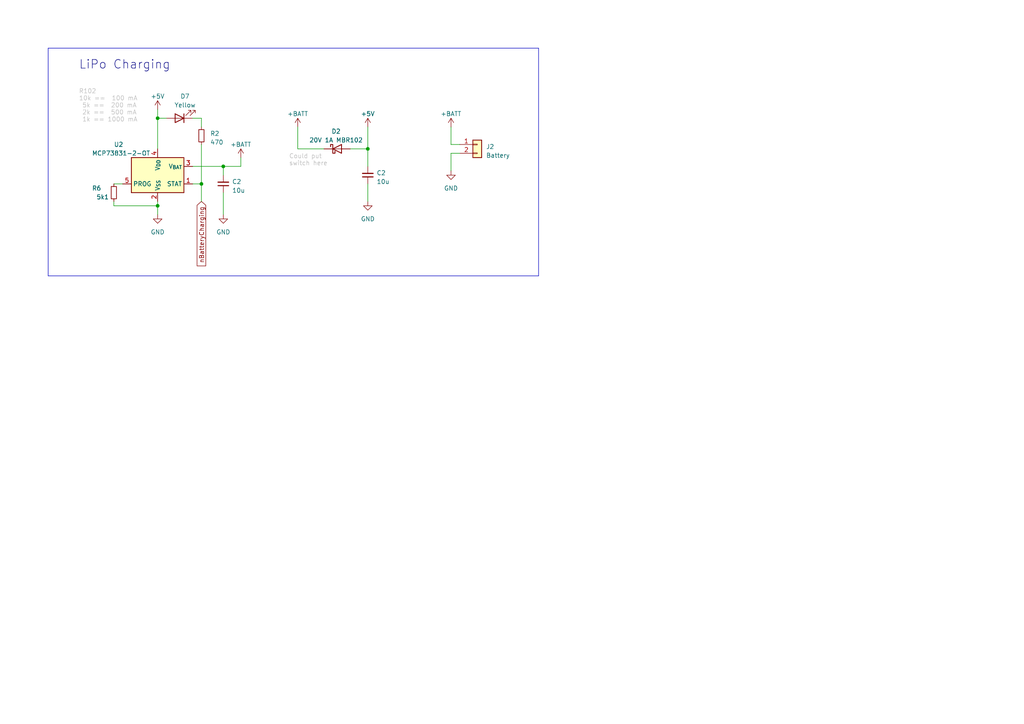
<source format=kicad_sch>
(kicad_sch (version 20230121) (generator eeschema)
  (paper "A4")
  (lib_symbols
    (symbol "Battery_Management:MCP73831-2-OT"
      (property "Reference" "U" (at -7.62 6.35 0))
      (property "Value" "MCP73831-2-OT" (at 1.27 6.35 0))
      (symbol "MCP73831-2-OT_0_1"
        (rectangle (start -7.62 5.08) (end 7.62 -5.08) (stroke (width 0.254)) (fill (type background)))
      )
      (symbol "MCP73831-2-OT_1_1"
        (pin output line (at 10.16 -2.54 180) (length 2.54) (name "STAT") (number "1"))
        (pin power_in line (at 0 -7.62 90) (length 2.54) (name "V_{SS}") (number "2"))
        (pin power_out line (at 10.16 2.54 180) (length 2.54) (name "V_{BAT}") (number "3"))
        (pin power_in line (at 0 7.62 270) (length 2.54) (name "V_{DD}") (number "4"))
        (pin input line (at -10.16 -2.54 0) (length 2.54) (name "PROG") (number "5"))
      )
    )
    (symbol "Connector_Generic:Conn_01x02" (pin_names (offset 1.016) hide)
      (property "Reference" "J" (at 0 2.54 0))
      (property "Value" "Conn_01x02" (at 0 -5.08 0))
      (symbol "Conn_01x02_1_1"
        (rectangle (start -1.27 -2.413) (end 0 -2.667) (stroke (width 0.1524)))
        (rectangle (start -1.27 0.127) (end 0 -0.127) (stroke (width 0.1524)))
        (rectangle (start -1.27 1.27) (end 1.27 -3.81) (stroke (width 0.254)) (fill (type background)))
        (pin passive line (at -5.08 0 0) (length 3.81) (name "Pin_1") (number "1"))
        (pin passive line (at -5.08 -2.54 0) (length 3.81) (name "Pin_2") (number "2"))
      )
    )
    (symbol "Device:C_Small" (pin_numbers hide) (pin_names (offset 0.254) hide)
      (property "Reference" "C" (at 0.254 1.778 0))
      (property "Value" "C_Small" (at 0.254 -2.032 0))
      (symbol "C_Small_0_1"
        (polyline (pts (xy -1.524 -0.508) (xy 1.524 -0.508)) (stroke (width 0.3302)))
        (polyline (pts (xy -1.524 0.508) (xy 1.524 0.508)) (stroke (width 0.3048)))
      )
      (symbol "C_Small_1_1"
        (pin passive line (at 0 2.54 270) (length 2.032) (name "~") (number "1"))
        (pin passive line (at 0 -2.54 90) (length 2.032) (name "~") (number "2"))
      )
    )
    (symbol "Device:D_Schottky" (pin_numbers hide) (pin_names (offset 1.016) hide)
      (property "Reference" "D" (at 0 2.54 0))
      (property "Value" "D_Schottky" (at 0 -2.54 0))
      (symbol "D_Schottky_0_1"
        (polyline (pts (xy 1.27 0) (xy -1.27 0)))
        (polyline (pts (xy 1.27 1.27) (xy 1.27 -1.27) (xy -1.27 0) (xy 1.27 1.27)) (stroke (width 0.254)))
        (polyline (pts (xy -1.905 0.635) (xy -1.905 1.27) (xy -1.27 1.27) (xy -1.27 -1.27) (xy -0.635 -1.27) (xy -0.635 -0.635)) (stroke (width 0.254)))
      )
      (symbol "D_Schottky_1_1"
        (pin passive line (at -3.81 0 0) (length 2.54) (name "K") (number "1"))
        (pin passive line (at 3.81 0 180) (length 2.54) (name "A") (number "2"))
      )
    )
    (symbol "Device:LED" (pin_numbers hide) (pin_names (offset 1.016) hide)
      (property "Reference" "D" (at 0 2.54 0))
      (property "Value" "LED" (at 0 -2.54 0))
      (symbol "LED_0_1"
        (polyline (pts (xy -1.27 -1.27) (xy -1.27 1.27)) (stroke (width 0.254)))
        (polyline (pts (xy -1.27 0) (xy 1.27 0)))
        (polyline (pts (xy 1.27 -1.27) (xy 1.27 1.27) (xy -1.27 0) (xy 1.27 -1.27)) (stroke (width 0.254)))
        (polyline (pts (xy -3.048 -0.762) (xy -4.572 -2.286) (xy -3.81 -2.286) (xy -4.572 -2.286) (xy -4.572 -1.524)))
        (polyline (pts (xy -1.778 -0.762) (xy -3.302 -2.286) (xy -2.54 -2.286) (xy -3.302 -2.286) (xy -3.302 -1.524)))
      )
      (symbol "LED_1_1"
        (pin passive line (at -3.81 0 0) (length 2.54) (name "K") (number "1"))
        (pin passive line (at 3.81 0 180) (length 2.54) (name "A") (number "2"))
      )
    )
    (symbol "Device:R_Small" (pin_numbers hide) (pin_names (offset 0.254) hide)
      (property "Reference" "R" (at 0.762 0.508 0))
      (property "Value" "R_Small" (at 0.762 -1.016 0))
      (symbol "R_Small_0_1"
        (rectangle (start -0.762 1.778) (end 0.762 -1.778) (stroke (width 0.2032)))
      )
      (symbol "R_Small_1_1"
        (pin passive line (at 0 2.54 270) (length 0.762) (name "~") (number "1"))
        (pin passive line (at 0 -2.54 90) (length 0.762) (name "~") (number "2"))
      )
    )
    (symbol "power:+5V" (power) (pin_names (offset 0))
      (property "Value" "+5V" (at 0 3.556 0))
      (symbol "+5V_0_1"
        (polyline (pts (xy -0.762 1.27) (xy 0 2.54)))
        (polyline (pts (xy 0 0) (xy 0 2.54)))
        (polyline (pts (xy 0 2.54) (xy 0.762 1.27)))
      )
      (symbol "+5V_1_1"
        (pin power_in line (at 0 0 90) (length 0) hide (name "+5V") (number "1"))
      )
    )
    (symbol "power:+BATT" (power) (pin_names (offset 0))
      (property "Value" "+BATT" (at 0 3.556 0))
      (symbol "+BATT_0_1"
        (polyline (pts (xy -0.762 1.27) (xy 0 2.54)))
        (polyline (pts (xy 0 0) (xy 0 2.54)))
        (polyline (pts (xy 0 2.54) (xy 0.762 1.27)))
      )
      (symbol "+BATT_1_1"
        (pin power_in line (at 0 0 90) (length 0) hide (name "+BATT") (number "1"))
      )
    )
    (symbol "power:GND" (power) (pin_names (offset 0))
      (property "Value" "GND" (at 0 -3.81 0))
      (symbol "GND_0_1"
        (polyline (pts (xy 0 0) (xy 0 -1.27) (xy 1.27 -1.27) (xy 0 -2.54) (xy -1.27 -1.27) (xy 0 -1.27)))
      )
      (symbol "GND_1_1"
        (pin power_in line (at 0 0 270) (length 0) hide (name "GND") (number "1"))
      )
    )
  )
  (junction (at 64.77 48.26))
  (junction (at 58.42 53.34))
  (junction (at 45.72 34.29))
  (junction (at 45.72 59.69))
  (junction (at 106.68 43.18))
  (wire (pts (xy 58.42 41.91) (xy 58.42 53.34)))
  (wire (pts (xy 58.42 53.34) (xy 58.42 58.42)))
  (wire (pts (xy 64.77 48.26) (xy 69.85 48.26)))
  (wire (pts (xy 133.35 41.91) (xy 130.81 41.91)))
  (wire (pts (xy 69.85 45.72) (xy 69.85 48.26)))
  (wire (pts (xy 106.68 36.83) (xy 106.68 43.18)))
  (wire (pts (xy 33.02 59.69) (xy 45.72 59.69)))
  (wire (pts (xy 55.88 48.26) (xy 64.77 48.26)))
  (wire (pts (xy 64.77 55.88) (xy 64.77 62.23)))
  (wire (pts (xy 33.02 53.34) (xy 35.56 53.34)))
  (wire (pts (xy 130.81 44.45) (xy 133.35 44.45)))
  (wire (pts (xy 86.36 36.83) (xy 86.36 43.18)))
  (wire (pts (xy 45.72 58.42) (xy 45.72 59.69)))
  (wire (pts (xy 130.81 41.91) (xy 130.81 36.83)))
  (wire (pts (xy 106.68 43.18) (xy 106.68 48.26)))
  (polyline (pts (xy 13.97 80.01) (xy 156.21 80.01)))
  (wire (pts (xy 86.36 43.18) (xy 93.98 43.18)))
  (wire (pts (xy 33.02 58.42) (xy 33.02 59.69)))
  (polyline (pts (xy 156.21 13.97) (xy 13.97 13.97)))
  (polyline (pts (xy 156.21 80.01) (xy 156.21 13.97)))
  (wire (pts (xy 55.88 34.29) (xy 58.42 34.29)))
  (wire (pts (xy 106.68 53.34) (xy 106.68 58.42)))
  (wire (pts (xy 45.72 34.29) (xy 45.72 43.18)))
  (wire (pts (xy 45.72 34.29) (xy 48.26 34.29)))
  (wire (pts (xy 58.42 34.29) (xy 58.42 36.83)))
  (wire (pts (xy 130.81 49.53) (xy 130.81 44.45)))
  (wire (pts (xy 45.72 31.75) (xy 45.72 34.29)))
  (wire (pts (xy 101.6 43.18) (xy 106.68 43.18)))
  (wire (pts (xy 45.72 59.69) (xy 45.72 62.23)))
  (wire (pts (xy 58.42 53.34) (xy 55.88 53.34)))
  (polyline (pts (xy 13.97 13.97) (xy 13.97 80.01)))
  (wire (pts (xy 64.77 48.26) (xy 64.77 50.8)))
  (text "Could put\nswitch here" (at 83.82 48.26 0) (effects (font (size 1.27 1.27)) (justify left bottom)))
  (text "LiPo Charging" (at 22.86 20.32 0) (effects (font (size 2.5 2.5)) (justify left bottom)))
  (text "R102\n10k ==  100 mA\n 5k ==  200 mA\n 2k ==  500 mA\n 1k == 1000 mA" (at 22.86 35.56 0) (effects (font (size 1.27 1.27)) (justify left bottom)))
  (global_label "nBatteryCharging" (shape input) (at 58.42 58.42 270) (property "Intersheetrefs" "${INTERSHEET_REFS}" (effects hide)))
  (symbol (lib_id "power:+5V") (at 106.68 36.83 0) (unit 1)
    (property "Reference" "#PWR02" (effects hide))
    (property "Value" "+5V" (at 106.68 33.02 0))
    (instances (project "hardware" (path "" (reference "#PWR02") (unit 1)) (path "" (reference "#PWR03") (unit 1)) (path "" (reference "#PWR04") (unit 1)) (path "" (reference "#PWR05") (unit 1)) (path "" (reference "#PWR02") (unit 1))))
  )
  (symbol (lib_id "power:+5V") (at 45.72 31.75 0) (unit 1)
    (property "Reference" "#PWR02" (effects hide))
    (property "Value" "+5V" (at 45.72 27.94 0))
    (instances (project "hardware" (path "" (reference "#PWR02") (unit 1)) (path "" (reference "#PWR03") (unit 1)) (path "" (reference "#PWR04") (unit 1)) (path "" (reference "#PWR05") (unit 1)) (path "" (reference "#PWR01") (unit 1))))
  )
  (symbol (lib_id "Device:R_Small") (at 33.02 55.88 0) (unit 1)
    (property "Reference" "R6" (at 26.67 54.61 0) (effects (justify left)))
    (property "Value" "5k1" (at 27.94 57.15 0) (effects (justify left)))
    (property "Footprint" "Resistor_SMD:R_0402_1005Metric_Pad0.72x0.64mm_HandSolder" (effects hide))
    (instances (project "hardware" (path "" (reference "R6") (unit 1)) (path "" (reference "R7") (unit 1)) (path "" (reference "R8") (unit 1)) (path "" (reference "R9") (unit 1)) (path "" (reference "R102") (unit 1))))
  )
  (symbol (lib_id "power:+BATT") (at 69.85 45.72 0) (unit 1)
    (property "Reference" "#PWR012" (effects hide))
    (property "Value" "+BATT" (at 69.85 41.91 0))
    (instances (project "hardware" (path "" (reference "#PWR012") (unit 1)) (path "" (reference "#PWR013") (unit 1)) (path "" (reference "#PWR014") (unit 1)) (path "" (reference "#PWR015") (unit 1)) (path "" (reference "#PWR011") (unit 1))))
  )
  (symbol (lib_id "power:GND") (at 130.81 49.53 0) (unit 1)
    (property "Reference" "#PWR017" (effects hide))
    (property "Value" "GND" (at 130.81 54.61 0))
    (instances (project "hardware" (path "" (reference "#PWR017") (unit 1)) (path "" (reference "#PWR018") (unit 1)) (path "" (reference "#PWR019") (unit 1)) (path "" (reference "#PWR020") (unit 1)) (path "" (reference "#PWR07") (unit 1))))
  )
  (symbol (lib_id "Device:LED") (at 52.07 34.29 180) (unit 1)
    (property "Reference" "D7" (at 53.6575 27.94 0))
    (property "Value" "Yellow" (at 53.6575 30.48 0))
    (property "Footprint" "LED_SMD:LED_0603_1608Metric_Pad1.05x0.95mm_HandSolder" (effects hide))
    (instances (project "hardware" (path "" (reference "D7") (unit 1)) (path "" (reference "D8") (unit 1)) (path "" (reference "D9") (unit 1)) (path "" (reference "D10") (unit 1)) (path "" (reference "D101") (unit 1))))
  )
  (symbol (lib_id "Device:D_Schottky") (at 97.79 43.18 0) (unit 1)
    (property "Reference" "D2" (at 97.4725 38.1 0))
    (property "Value" "20V 1A MBR102" (at 97.4725 40.64 0))
    (instances (project "hardware" (path "" (reference "D2") (unit 1)) (path "" (reference "D3") (unit 1)) (path "" (reference "D4") (unit 1)) (path "" (reference "D5") (unit 1)) (path "" (reference "D102") (unit 1))))
  )
  (symbol (lib_id "power:+BATT") (at 130.81 36.83 0) (unit 1)
    (property "Reference" "#PWR012" (effects hide))
    (property "Value" "+BATT" (at 130.81 33.02 0))
    (instances (project "hardware" (path "" (reference "#PWR012") (unit 1)) (path "" (reference "#PWR013") (unit 1)) (path "" (reference "#PWR014") (unit 1)) (path "" (reference "#PWR015") (unit 1)) (path "" (reference "#PWR05") (unit 1))))
  )
  (symbol (lib_id "power:GND") (at 45.72 62.23 0) (unit 1)
    (property "Reference" "#PWR07" (effects hide))
    (property "Value" "GND" (at 45.72 67.31 0))
    (instances (project "hardware" (path "" (reference "#PWR07") (unit 1)) (path "" (reference "#PWR08") (unit 1)) (path "" (reference "#PWR09") (unit 1)) (path "" (reference "#PWR010") (unit 1)) (path "" (reference "#PWR06") (unit 1))))
  )
  (symbol (lib_id "Device:R_Small") (at 58.42 39.37 0) (unit 1)
    (property "Reference" "R2" (at 60.96 38.735 0) (effects (justify left)))
    (property "Value" "470" (at 60.96 41.275 0) (effects (justify left)))
    (property "Footprint" "Resistor_SMD:R_0402_1005Metric_Pad0.72x0.64mm_HandSolder" (effects hide))
    (instances (project "hardware" (path "" (reference "R2") (unit 1)) (path "" (reference "R3") (unit 1)) (path "" (reference "R4") (unit 1)) (path "" (reference "R5") (unit 1)) (path "" (reference "R101") (unit 1))))
  )
  (symbol (lib_id "power:GND") (at 64.77 62.23 0) (unit 1)
    (property "Reference" "#PWR017" (effects hide))
    (property "Value" "GND" (at 64.77 67.31 0))
    (instances (project "hardware" (path "" (reference "#PWR017") (unit 1)) (path "" (reference "#PWR018") (unit 1)) (path "" (reference "#PWR019") (unit 1)) (path "" (reference "#PWR020") (unit 1)) (path "" (reference "#PWR016") (unit 1))))
  )
  (symbol (lib_id "power:GND") (at 106.68 58.42 0) (unit 1)
    (property "Reference" "#PWR017" (effects hide))
    (property "Value" "GND" (at 106.68 63.5 0))
    (instances (project "hardware" (path "" (reference "#PWR017") (unit 1)) (path "" (reference "#PWR018") (unit 1)) (path "" (reference "#PWR019") (unit 1)) (path "" (reference "#PWR020") (unit 1)) (path "" (reference "#PWR04") (unit 1))))
  )
  (symbol (lib_id "Device:C_Small") (at 106.68 50.8 180) (unit 1)
    (property "Reference" "C2" (at 109.22 50.1586 0) (effects (justify right)))
    (property "Value" "10u" (at 109.22 52.6986 0) (effects (justify right)))
    (property "Footprint" "Capacitor_SMD:C_0603_1608Metric_Pad1.08x0.95mm_HandSolder" (effects hide))
    (instances (project "hardware" (path "" (reference "C2") (unit 1)) (path "" (reference "C3") (unit 1)) (path "" (reference "C4") (unit 1)) (path "" (reference "C5") (unit 1)) (path "" (reference "C102") (unit 1))))
  )
  (symbol (lib_id "power:+BATT") (at 86.36 36.83 0) (unit 1)
    (property "Reference" "#PWR012" (effects hide))
    (property "Value" "+BATT" (at 86.36 33.02 0))
    (instances (project "hardware" (path "" (reference "#PWR012") (unit 1)) (path "" (reference "#PWR013") (unit 1)) (path "" (reference "#PWR014") (unit 1)) (path "" (reference "#PWR015") (unit 1)) (path "" (reference "#PWR03") (unit 1))))
  )
  (symbol (lib_id "Connector_Generic:Conn_01x02") (at 138.43 41.91 0) (unit 1)
    (property "Reference" "J2" (at 140.97 42.545 0) (effects (justify left)))
    (property "Value" "Battery" (at 140.97 45.085 0) (effects (justify left)))
    (property "Footprint" "Connector_JST:JST_PH_S2B-PH-SM4-TB_1x02-1MP_P2.00mm_Horizontal" (effects hide))
    (instances (project "hardware" (path "" (reference "J2") (unit 1)) (path "" (reference "J3") (unit 1)) (path "" (reference "J4") (unit 1)) (path "" (reference "J5") (unit 1)) (path "" (reference "J101") (unit 1))))
  )
  (symbol (lib_id "Device:C_Small") (at 64.77 53.34 180) (unit 1)
    (property "Reference" "C2" (at 67.31 52.6986 0) (effects (justify right)))
    (property "Value" "10u" (at 67.31 55.2386 0) (effects (justify right)))
    (property "Footprint" "Capacitor_SMD:C_0603_1608Metric_Pad1.08x0.95mm_HandSolder" (effects hide))
    (instances (project "hardware" (path "" (reference "C2") (unit 1)) (path "" (reference "C3") (unit 1)) (path "" (reference "C4") (unit 1)) (path "" (reference "C5") (unit 1)) (path "" (reference "C101") (unit 1))))
  )
  (symbol (lib_id "Battery_Management:MCP73831-2-OT") (at 45.72 50.8 0) (unit 1)
    (property "Reference" "U2" (at 33.02 41.91 0) (effects (justify left)))
    (property "Value" "MCP73831-2-OT" (at 26.67 44.45 0) (effects (justify left)))
    (property "Footprint" "Package_TO_SOT_SMD:SOT-23-5" (effects hide))
    (property "Datasheet" "http://ww1.microchip.com/downloads/en/DeviceDoc/20001984g.pdf" (effects hide))
    (instances (project "hardware" (path "" (reference "U2") (unit 1)) (path "" (reference "U3") (unit 1)) (path "" (reference "U4") (unit 1)) (path "" (reference "U5") (unit 1)) (path "" (reference "U101") (unit 1))))
  )
)
</source>
